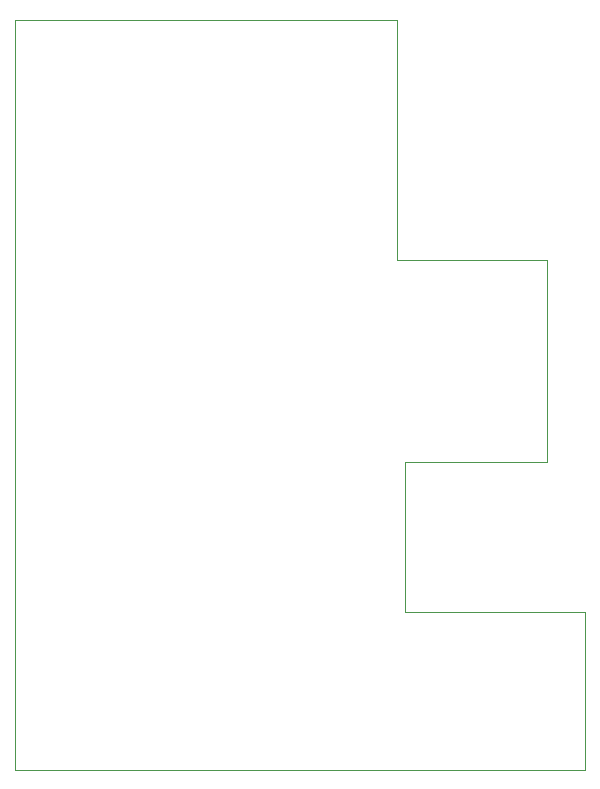
<source format=gbr>
%TF.GenerationSoftware,KiCad,Pcbnew,(5.1.2)-1*%
%TF.CreationDate,2019-06-16T17:19:58+02:00*%
%TF.ProjectId,i2s_tx,6932735f-7478-42e6-9b69-6361645f7063,rev?*%
%TF.SameCoordinates,Original*%
%TF.FileFunction,Profile,NP*%
%FSLAX46Y46*%
G04 Gerber Fmt 4.6, Leading zero omitted, Abs format (unit mm)*
G04 Created by KiCad (PCBNEW (5.1.2)-1) date 2019-06-16 17:19:58*
%MOMM*%
%LPD*%
G04 APERTURE LIST*
%ADD10C,0.100000*%
G04 APERTURE END LIST*
D10*
X27305000Y-86360000D02*
X27305000Y-22860000D01*
X75565000Y-86360000D02*
X27305000Y-86360000D01*
X75565000Y-73025000D02*
X75565000Y-86360000D01*
X60325000Y-73025000D02*
X75565000Y-73025000D01*
X60325000Y-60325000D02*
X60325000Y-73025000D01*
X72390000Y-60325000D02*
X60325000Y-60325000D01*
X72390000Y-43180000D02*
X72390000Y-60325000D01*
X59690000Y-43180000D02*
X72390000Y-43180000D01*
X59690000Y-22860000D02*
X59690000Y-43180000D01*
X27305000Y-22860000D02*
X59690000Y-22860000D01*
M02*

</source>
